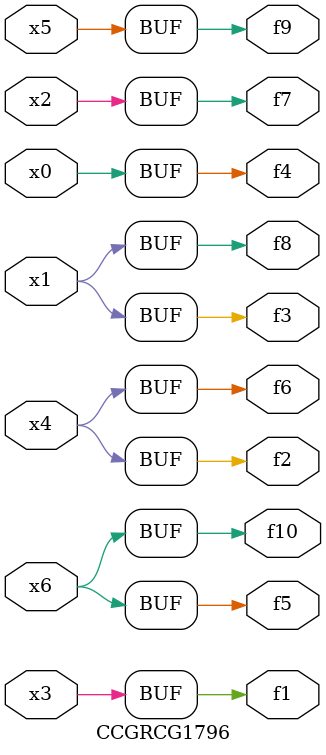
<source format=v>
module CCGRCG1796(
	input x0, x1, x2, x3, x4, x5, x6,
	output f1, f2, f3, f4, f5, f6, f7, f8, f9, f10
);
	assign f1 = x3;
	assign f2 = x4;
	assign f3 = x1;
	assign f4 = x0;
	assign f5 = x6;
	assign f6 = x4;
	assign f7 = x2;
	assign f8 = x1;
	assign f9 = x5;
	assign f10 = x6;
endmodule

</source>
